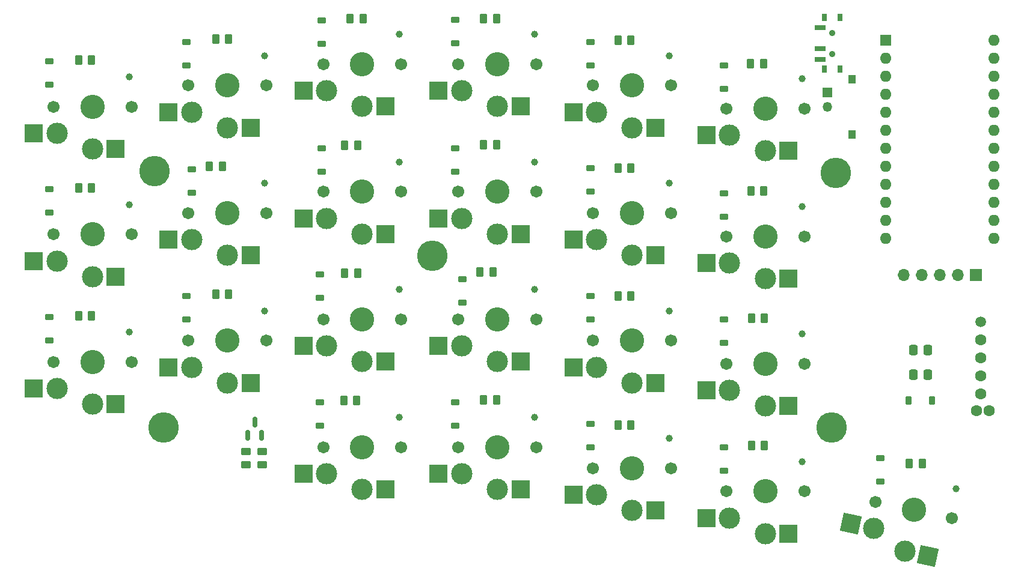
<source format=gbs>
G04 #@! TF.GenerationSoftware,KiCad,Pcbnew,7.0.5-0*
G04 #@! TF.CreationDate,2023-09-10T21:21:40+09:30*
G04 #@! TF.ProjectId,Rolio,526f6c69-6f2e-46b6-9963-61645f706362,rev?*
G04 #@! TF.SameCoordinates,Original*
G04 #@! TF.FileFunction,Soldermask,Bot*
G04 #@! TF.FilePolarity,Negative*
%FSLAX46Y46*%
G04 Gerber Fmt 4.6, Leading zero omitted, Abs format (unit mm)*
G04 Created by KiCad (PCBNEW 7.0.5-0) date 2023-09-10 21:21:40*
%MOMM*%
%LPD*%
G01*
G04 APERTURE LIST*
G04 Aperture macros list*
%AMRoundRect*
0 Rectangle with rounded corners*
0 $1 Rounding radius*
0 $2 $3 $4 $5 $6 $7 $8 $9 X,Y pos of 4 corners*
0 Add a 4 corners polygon primitive as box body*
4,1,4,$2,$3,$4,$5,$6,$7,$8,$9,$2,$3,0*
0 Add four circle primitives for the rounded corners*
1,1,$1+$1,$2,$3*
1,1,$1+$1,$4,$5*
1,1,$1+$1,$6,$7*
1,1,$1+$1,$8,$9*
0 Add four rect primitives between the rounded corners*
20,1,$1+$1,$2,$3,$4,$5,0*
20,1,$1+$1,$4,$5,$6,$7,0*
20,1,$1+$1,$6,$7,$8,$9,0*
20,1,$1+$1,$8,$9,$2,$3,0*%
%AMRotRect*
0 Rectangle, with rotation*
0 The origin of the aperture is its center*
0 $1 length*
0 $2 width*
0 $3 Rotation angle, in degrees counterclockwise*
0 Add horizontal line*
21,1,$1,$2,0,0,$3*%
G04 Aperture macros list end*
%ADD10C,1.701800*%
%ADD11C,3.000000*%
%ADD12C,3.429000*%
%ADD13C,0.990600*%
%ADD14R,2.600000X2.600000*%
%ADD15C,4.300000*%
%ADD16R,1.700000X1.700000*%
%ADD17O,1.700000X1.700000*%
%ADD18C,1.500000*%
%ADD19C,1.600000*%
%ADD20R,1.600000X1.600000*%
%ADD21O,1.600000X1.600000*%
%ADD22RotRect,2.600000X2.600000X348.000000*%
%ADD23R,1.350000X1.350000*%
%ADD24O,1.350000X1.350000*%
%ADD25RoundRect,0.250000X0.262500X0.450000X-0.262500X0.450000X-0.262500X-0.450000X0.262500X-0.450000X0*%
%ADD26RoundRect,0.225000X-0.375000X0.225000X-0.375000X-0.225000X0.375000X-0.225000X0.375000X0.225000X0*%
%ADD27RoundRect,0.250000X-0.337500X-0.475000X0.337500X-0.475000X0.337500X0.475000X-0.337500X0.475000X0*%
%ADD28RoundRect,0.250000X0.450000X-0.262500X0.450000X0.262500X-0.450000X0.262500X-0.450000X-0.262500X0*%
%ADD29R,0.800000X1.000000*%
%ADD30C,0.900000*%
%ADD31R,1.500000X0.700000*%
%ADD32R,1.000000X1.250000*%
%ADD33RoundRect,0.225000X-0.225000X-0.375000X0.225000X-0.375000X0.225000X0.375000X-0.225000X0.375000X0*%
%ADD34RoundRect,0.150000X0.150000X-0.587500X0.150000X0.587500X-0.150000X0.587500X-0.150000X-0.587500X0*%
G04 APERTURE END LIST*
D10*
X76238000Y-45720000D03*
D11*
X76738000Y-49470000D03*
D12*
X81738000Y-45720000D03*
D11*
X81738000Y-51670000D03*
D13*
X86958000Y-41520000D03*
D10*
X87238000Y-45720000D03*
D14*
X85013000Y-51670000D03*
X73463000Y-49470000D03*
D10*
X114238000Y-96720000D03*
D11*
X114738000Y-100470000D03*
D12*
X119738000Y-96720000D03*
D11*
X119738000Y-102670000D03*
D13*
X124958000Y-92520000D03*
D10*
X125238000Y-96720000D03*
D14*
X123013000Y-102670000D03*
X111463000Y-100470000D03*
D15*
X167456000Y-58032000D03*
D10*
X95238000Y-96720000D03*
D11*
X95738000Y-100470000D03*
D12*
X100738000Y-96720000D03*
D11*
X100738000Y-102670000D03*
D13*
X105958000Y-92520000D03*
D10*
X106238000Y-96720000D03*
D14*
X104013000Y-102670000D03*
X92463000Y-100470000D03*
D10*
X95238000Y-60720000D03*
D11*
X95738000Y-64470000D03*
D12*
X100738000Y-60720000D03*
D11*
X100738000Y-66670000D03*
D13*
X105958000Y-56520000D03*
D10*
X106238000Y-60720000D03*
D14*
X104013000Y-66670000D03*
X92463000Y-64470000D03*
D10*
X76238000Y-63720000D03*
D11*
X76738000Y-67470000D03*
D12*
X81738000Y-63720000D03*
D11*
X81738000Y-69670000D03*
D13*
X86958000Y-59520000D03*
D10*
X87238000Y-63720000D03*
D14*
X85013000Y-69670000D03*
X73463000Y-67470000D03*
D16*
X187172400Y-72470000D03*
D17*
X184632400Y-72470000D03*
X182092400Y-72470000D03*
X179552400Y-72470000D03*
X177012400Y-72470000D03*
D15*
X166808000Y-93970000D03*
D10*
X151970900Y-48970000D03*
D11*
X152470900Y-52720000D03*
D12*
X157470900Y-48970000D03*
D11*
X157470900Y-54920000D03*
D13*
X162690900Y-44770000D03*
D10*
X162970900Y-48970000D03*
D14*
X160745900Y-54920000D03*
X149195900Y-52720000D03*
D18*
X187822400Y-79070000D03*
D19*
X187822400Y-89180000D03*
X187822400Y-86640000D03*
X187822400Y-84100000D03*
X187822400Y-81560000D03*
X189047400Y-91570000D03*
X187197400Y-91570000D03*
D15*
X71518000Y-57788000D03*
D10*
X57238000Y-84720000D03*
D11*
X57738000Y-88470000D03*
D12*
X62738000Y-84720000D03*
D11*
X62738000Y-90670000D03*
D13*
X67958000Y-80520000D03*
D10*
X68238000Y-84720000D03*
D14*
X66013000Y-90670000D03*
X54463000Y-88470000D03*
D10*
X114238000Y-60720000D03*
D11*
X114738000Y-64470000D03*
D12*
X119738000Y-60720000D03*
D11*
X119738000Y-66670000D03*
D13*
X124958000Y-56520000D03*
D10*
X125238000Y-60720000D03*
D14*
X123013000Y-66670000D03*
X111463000Y-64470000D03*
D10*
X133238000Y-81720000D03*
D11*
X133738000Y-85470000D03*
D12*
X138738000Y-81720000D03*
D11*
X138738000Y-87670000D03*
D13*
X143958000Y-77520000D03*
D10*
X144238000Y-81720000D03*
D14*
X142013000Y-87670000D03*
X130463000Y-85470000D03*
D10*
X114238000Y-78720000D03*
D11*
X114738000Y-82470000D03*
D12*
X119738000Y-78720000D03*
D11*
X119738000Y-84670000D03*
D13*
X124958000Y-74520000D03*
D10*
X125238000Y-78720000D03*
D14*
X123013000Y-84670000D03*
X111463000Y-82470000D03*
D10*
X133238000Y-45720000D03*
D11*
X133738000Y-49470000D03*
D12*
X138738000Y-45720000D03*
D11*
X138738000Y-51670000D03*
D13*
X143958000Y-41520000D03*
D10*
X144238000Y-45720000D03*
D14*
X142013000Y-51670000D03*
X130463000Y-49470000D03*
D20*
X174472400Y-39360000D03*
D21*
X174472400Y-41900000D03*
X174472400Y-44440000D03*
X174472400Y-46980000D03*
X174472400Y-49520000D03*
X174472400Y-52060000D03*
X174472400Y-54600000D03*
X174472400Y-57140000D03*
X174472400Y-59680000D03*
X174472400Y-62220000D03*
X174472400Y-64760000D03*
X174472400Y-67300000D03*
X189712400Y-67300000D03*
X189712400Y-64760000D03*
X189712400Y-62220000D03*
X189712400Y-59680000D03*
X189712400Y-57140000D03*
X189712400Y-54600000D03*
X189712400Y-52060000D03*
X189712400Y-49520000D03*
X189712400Y-46980000D03*
X189712400Y-44440000D03*
X189712400Y-41900000D03*
X189712400Y-39360000D03*
D15*
X110610000Y-69716000D03*
D10*
X57238000Y-66720000D03*
D11*
X57738000Y-70470000D03*
D12*
X62738000Y-66720000D03*
D11*
X62738000Y-72670000D03*
D13*
X67958000Y-62520000D03*
D10*
X68238000Y-66720000D03*
D14*
X66013000Y-72670000D03*
X54463000Y-70470000D03*
D10*
X57238000Y-48720000D03*
D11*
X57738000Y-52470000D03*
D12*
X62738000Y-48720000D03*
D11*
X62738000Y-54670000D03*
D13*
X67958000Y-44520000D03*
D10*
X68238000Y-48720000D03*
D14*
X66013000Y-54670000D03*
X54463000Y-52470000D03*
D10*
X151970900Y-84970000D03*
D11*
X152470900Y-88720000D03*
D12*
X157470900Y-84970000D03*
D11*
X157470900Y-90920000D03*
D13*
X162690900Y-80770000D03*
D10*
X162970900Y-84970000D03*
D14*
X160745900Y-90920000D03*
X149195900Y-88720000D03*
D10*
X114238000Y-42720000D03*
D11*
X114738000Y-46470000D03*
D12*
X119738000Y-42720000D03*
D11*
X119738000Y-48670000D03*
D13*
X124958000Y-38520000D03*
D10*
X125238000Y-42720000D03*
D14*
X123013000Y-48670000D03*
X111463000Y-46470000D03*
D10*
X173029752Y-104445251D03*
D11*
X172739157Y-108217260D03*
D12*
X178409564Y-105588765D03*
D11*
X177172489Y-111408743D03*
D13*
X184388724Y-102565844D03*
D10*
X183789376Y-106732279D03*
D22*
X180375923Y-112089654D03*
X169535724Y-107536349D03*
D10*
X151970900Y-67015000D03*
D11*
X152470900Y-70765000D03*
D12*
X157470900Y-67015000D03*
D11*
X157470900Y-72965000D03*
D13*
X162690900Y-62815000D03*
D10*
X162970900Y-67015000D03*
D14*
X160745900Y-72965000D03*
X149195900Y-70765000D03*
D10*
X95238000Y-78720000D03*
D11*
X95738000Y-82470000D03*
D12*
X100738000Y-78720000D03*
D11*
X100738000Y-84670000D03*
D13*
X105958000Y-74520000D03*
D10*
X106238000Y-78720000D03*
D14*
X104013000Y-84670000D03*
X92463000Y-82470000D03*
D23*
X166228203Y-46736000D03*
D24*
X166228203Y-48736000D03*
D10*
X133238000Y-63720000D03*
D11*
X133738000Y-67470000D03*
D12*
X138738000Y-63720000D03*
D11*
X138738000Y-69670000D03*
D13*
X143958000Y-59520000D03*
D10*
X144238000Y-63720000D03*
D14*
X142013000Y-69670000D03*
X130463000Y-67470000D03*
D10*
X95238000Y-42720000D03*
D11*
X95738000Y-46470000D03*
D12*
X100738000Y-42720000D03*
D11*
X100738000Y-48670000D03*
D13*
X105958000Y-38520000D03*
D10*
X106238000Y-42720000D03*
D14*
X104013000Y-48670000D03*
X92463000Y-46470000D03*
D15*
X72768000Y-93980000D03*
D10*
X133238000Y-99720000D03*
D11*
X133738000Y-103470000D03*
D12*
X138738000Y-99720000D03*
D11*
X138738000Y-105670000D03*
D13*
X143958000Y-95520000D03*
D10*
X144238000Y-99720000D03*
D14*
X142013000Y-105670000D03*
X130463000Y-103470000D03*
D10*
X76238000Y-81720000D03*
D11*
X76738000Y-85470000D03*
D12*
X81738000Y-81720000D03*
D11*
X81738000Y-87670000D03*
D13*
X86958000Y-77520000D03*
D10*
X87238000Y-81720000D03*
D14*
X85013000Y-87670000D03*
X73463000Y-85470000D03*
D10*
X151970900Y-102970000D03*
D11*
X152470900Y-106720000D03*
D12*
X157470900Y-102970000D03*
D11*
X157470900Y-108920000D03*
D13*
X162690900Y-98770000D03*
D10*
X162970900Y-102970000D03*
D14*
X160745900Y-108920000D03*
X149195900Y-106720000D03*
D25*
X62605190Y-42170000D03*
X60780190Y-42170000D03*
D26*
X75946000Y-75438000D03*
X75946000Y-78738000D03*
D27*
X178308000Y-86529000D03*
X180383000Y-86529000D03*
D26*
X94996000Y-54610000D03*
X94996000Y-57910000D03*
X151638000Y-78740000D03*
X151638000Y-82040000D03*
D25*
X100076000Y-54170000D03*
X98251000Y-54170000D03*
D26*
X151638000Y-42926000D03*
X151638000Y-46226000D03*
D25*
X138580500Y-57404000D03*
X136755500Y-57404000D03*
D26*
X56676400Y-60352500D03*
X56676400Y-63652500D03*
D27*
X178308000Y-83058000D03*
X180383000Y-83058000D03*
D26*
X132842000Y-75438000D03*
X132842000Y-78738000D03*
D28*
X86614000Y-99210500D03*
X86614000Y-97385500D03*
D25*
X179578000Y-99060000D03*
X177753000Y-99060000D03*
D26*
X114808000Y-73026000D03*
X114808000Y-76326000D03*
D25*
X100076000Y-72170000D03*
X98251000Y-72170000D03*
X81909190Y-75170000D03*
X80084190Y-75170000D03*
X62605190Y-60170000D03*
X60780190Y-60170000D03*
D26*
X113792000Y-36450000D03*
X113792000Y-39750000D03*
D25*
X119634000Y-90102000D03*
X117809000Y-90102000D03*
D28*
X84328000Y-99210500D03*
X84328000Y-97385500D03*
D26*
X132842000Y-93476000D03*
X132842000Y-96776000D03*
X113792000Y-90424000D03*
X113792000Y-93724000D03*
X76708000Y-57532000D03*
X76708000Y-60832000D03*
X151638000Y-60960000D03*
X151638000Y-64260000D03*
D29*
X168039000Y-36150000D03*
X165829000Y-36150000D03*
D30*
X166939000Y-38300000D03*
X166939000Y-41300000D03*
D29*
X168039000Y-43450000D03*
X165829000Y-43450000D03*
D31*
X165179000Y-37550000D03*
X165179000Y-40550000D03*
X165179000Y-42050000D03*
D25*
X62605190Y-78170000D03*
X60780190Y-78170000D03*
D26*
X173646946Y-98261944D03*
X173646946Y-101561944D03*
D25*
X100838000Y-36322000D03*
X99013000Y-36322000D03*
D26*
X94742000Y-90424000D03*
X94742000Y-93724000D03*
X94996000Y-36576000D03*
X94996000Y-39876000D03*
D25*
X138580500Y-39370000D03*
X136755500Y-39370000D03*
D32*
X169694000Y-44893000D03*
X169694000Y-52643000D03*
D26*
X132842000Y-39624000D03*
X132842000Y-42924000D03*
X132842000Y-57404000D03*
X132842000Y-60704000D03*
D25*
X119634000Y-54102000D03*
X117809000Y-54102000D03*
D26*
X56676400Y-78352500D03*
X56676400Y-81652500D03*
D25*
X157376500Y-78520000D03*
X155551500Y-78520000D03*
X157376500Y-96520000D03*
X155551500Y-96520000D03*
D26*
X75946000Y-39624000D03*
X75946000Y-42924000D03*
D25*
X81909190Y-39170000D03*
X80084190Y-39170000D03*
D26*
X56676400Y-42352500D03*
X56676400Y-45652500D03*
X113792000Y-54610000D03*
X113792000Y-57910000D03*
D25*
X99956000Y-90170000D03*
X98131000Y-90170000D03*
D33*
X177673000Y-90170000D03*
X180973000Y-90170000D03*
D34*
X86548000Y-95093000D03*
X84648000Y-95093000D03*
X85598000Y-93218000D03*
D25*
X138580500Y-93654000D03*
X136755500Y-93654000D03*
D26*
X151638000Y-96774000D03*
X151638000Y-100074000D03*
D25*
X119634000Y-36322000D03*
X117809000Y-36322000D03*
D26*
X94742000Y-72390000D03*
X94742000Y-75690000D03*
D25*
X119126000Y-72036000D03*
X117301000Y-72036000D03*
X138580500Y-75404000D03*
X136755500Y-75404000D03*
X157273000Y-60565000D03*
X155448000Y-60565000D03*
X157226000Y-42672000D03*
X155401000Y-42672000D03*
X81041190Y-57170000D03*
X79216190Y-57170000D03*
M02*

</source>
